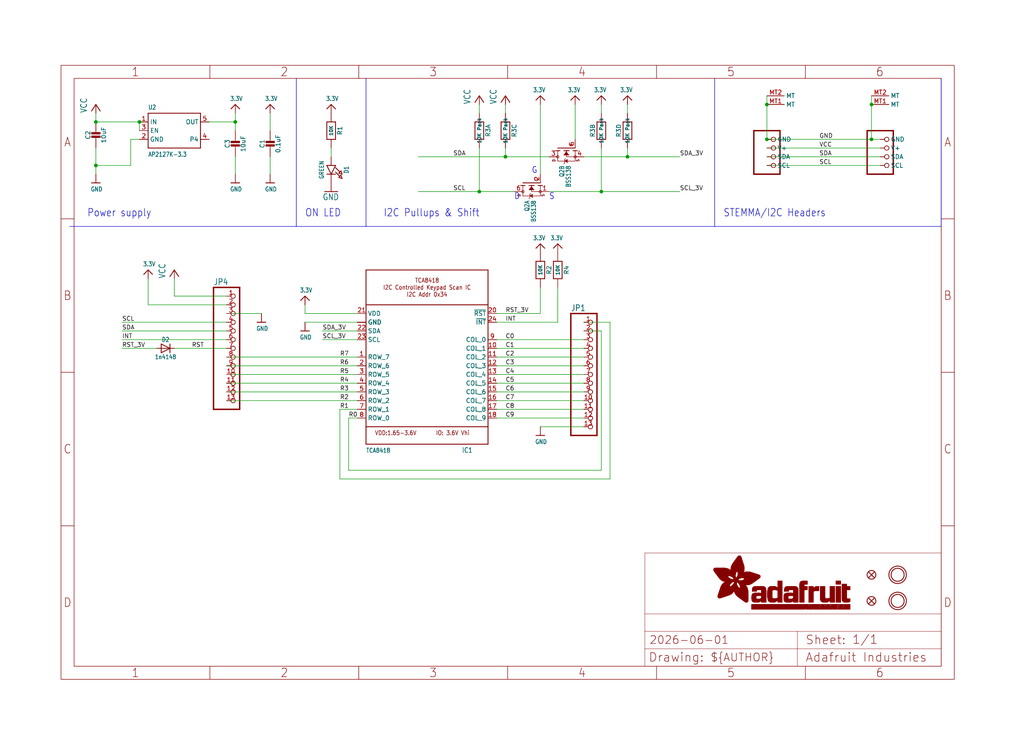
<source format=kicad_sch>
(kicad_sch (version 20230121) (generator eeschema)
  (paper "User" 298.45 217.322)
  (lib_symbols
    (symbol "working-eagle-import:3.3V" (power)
      (property "Value" "3.3V" (at -1.524 1.016 0))
      (symbol "3.3V_1_0"
        (pin power_in line (at 0 -2.54 90) (length 2.54) (name "3.3V") (number "1"))
      )
    )
    (symbol "working-eagle-import:CAP_CERAMIC0603_NO"
      (property "Reference" "C" (at -2.29 1.25 90))
      (symbol "CAP_CERAMIC0603_NO_1_0"
        (pin passive line (at 0 5.08 270) (length 2.54) (name "1") (number "1"))
        (pin passive line (at 0 -2.54 90) (length 2.54) (name "2") (number "2"))
      )
    )
    (symbol "working-eagle-import:CAP_CERAMIC0805-NOOUTLINE"
      (property "Reference" "C" (at -2.29 1.25 90))
      (symbol "CAP_CERAMIC0805-NOOUTLINE_1_0"
        (pin passive line (at 0 5.08 270) (length 2.54) (name "1") (number "1"))
        (pin passive line (at 0 -2.54 90) (length 2.54) (name "2") (number "2"))
      )
    )
    (symbol "working-eagle-import:DIODESOD-323"
      (property "Reference" "D" (at 0 2.54 0))
      (symbol "DIODESOD-323_1_0"
        (pin passive line (at -2.54 0 0) (length 2.54) (name "A") (number "A"))
        (pin passive line (at 2.54 0 180) (length 2.54) (name "C") (number "C"))
      )
    )
    (symbol "working-eagle-import:FIDUCIAL_1MM")
    (symbol "working-eagle-import:FRAME_A4_ADAFRUIT"
      (symbol "FRAME_A4_ADAFRUIT_1_0"
        (text "${#}/${##}" (at 230.505 10.16 0) (effects (font (size 2.54 2.54)) (justify left bottom)))
        (text "${AUTHOR}" (at 189.23 5.08 0) (effects (font (size 2.286 2.286)) (justify left bottom)))
        (text "${CURRENT_DATE}" (at 171.45 10.16 0) (effects (font (size 2.286 2.286)) (justify left bottom)))
        (text "${PROJECTNAME}" (at 171.45 15.24 0) (effects (font (size 2.54 2.54)) (justify left bottom)))
        (text "1" (at 21.6958 1.905 0) (effects (font (size 2.54 2.286))))
        (text "1" (at 21.6958 177.165 0) (effects (font (size 2.54 2.286))))
        (text "2" (at 65.0875 1.905 0) (effects (font (size 2.54 2.286))))
        (text "2" (at 65.0875 177.165 0) (effects (font (size 2.54 2.286))))
        (text "3" (at 108.4792 1.905 0) (effects (font (size 2.54 2.286))))
        (text "3" (at 108.4792 177.165 0) (effects (font (size 2.54 2.286))))
        (text "4" (at 151.8708 1.905 0) (effects (font (size 2.54 2.286))))
        (text "4" (at 151.8708 177.165 0) (effects (font (size 2.54 2.286))))
        (text "5" (at 195.2625 1.905 0) (effects (font (size 2.54 2.286))))
        (text "5" (at 195.2625 177.165 0) (effects (font (size 2.54 2.286))))
        (text "6" (at 238.6542 1.905 0) (effects (font (size 2.54 2.286))))
        (text "6" (at 238.6542 177.165 0) (effects (font (size 2.54 2.286))))
        (text "A" (at 1.905 156.6863 0) (effects (font (size 2.54 2.286))))
        (text "A" (at 258.445 156.6863 0) (effects (font (size 2.54 2.286))))
        (text "Adafruit Industries" (at 216.916 4.953 0) (effects (font (size 2.54 2.54)) (justify left bottom)))
        (text "B" (at 1.905 111.9188 0) (effects (font (size 2.54 2.286))))
        (text "B" (at 258.445 111.9188 0) (effects (font (size 2.54 2.286))))
        (text "C" (at 1.905 67.1513 0) (effects (font (size 2.54 2.286))))
        (text "C" (at 258.445 67.1513 0) (effects (font (size 2.54 2.286))))
        (text "D" (at 1.905 22.3838 0) (effects (font (size 2.54 2.286))))
        (text "D" (at 258.445 22.3838 0) (effects (font (size 2.54 2.286))))
        (text "Drawing:" (at 171.196 4.953 0) (effects (font (size 2.54 2.54)) (justify left bottom)))
        (text "Sheet:" (at 216.916 10.033 0) (effects (font (size 2.54 2.54)) (justify left bottom)))
      )
    )
    (symbol "working-eagle-import:GND" (power)
      (property "Value" "GND" (at -1.524 -2.54 0))
      (symbol "GND_1_0"
        (pin power_in line (at 0 2.54 270) (length 2.54) (name "GND") (number "1"))
      )
    )
    (symbol "working-eagle-import:HEADER-1X13"
      (property "Reference" "JP" (at -6.35 18.415 0))
      (symbol "HEADER-1X13_1_0"
        (pin passive inverted (at -2.54 15.24 0) (length 2.54) (name "1") (number "1"))
        (pin passive inverted (at -2.54 -7.62 0) (length 2.54) (name "10") (number "10"))
        (pin passive inverted (at -2.54 -10.16 0) (length 2.54) (name "11") (number "11"))
        (pin passive inverted (at -2.54 -12.7 0) (length 2.54) (name "12") (number "12"))
        (pin passive inverted (at -2.54 -15.24 0) (length 2.54) (name "13") (number "13"))
        (pin passive inverted (at -2.54 12.7 0) (length 2.54) (name "2") (number "2"))
        (pin passive inverted (at -2.54 10.16 0) (length 2.54) (name "3") (number "3"))
        (pin passive inverted (at -2.54 7.62 0) (length 2.54) (name "4") (number "4"))
        (pin passive inverted (at -2.54 5.08 0) (length 2.54) (name "5") (number "5"))
        (pin passive inverted (at -2.54 2.54 0) (length 2.54) (name "6") (number "6"))
        (pin passive inverted (at -2.54 0 0) (length 2.54) (name "7") (number "7"))
        (pin passive inverted (at -2.54 -2.54 0) (length 2.54) (name "8") (number "8"))
        (pin passive inverted (at -2.54 -5.08 0) (length 2.54) (name "9") (number "9"))
      )
    )
    (symbol "working-eagle-import:LED0603_NOOUTLINE"
      (property "Reference" "D" (at -1.27 4.445 0))
      (symbol "LED0603_NOOUTLINE_1_0"
        (pin passive line (at -5.08 0 0) (length 2.54) (name "A") (number "A"))
        (pin passive line (at 2.54 0 180) (length 2.54) (name "C") (number "C"))
      )
    )
    (symbol "working-eagle-import:MOSFET-N_DUAL"
      (property "Reference" "Q" (at 5.08 0.635 0))
      (symbol "MOSFET-N_DUAL_1_0"
        (text "D" (at 3.175 3.175 0) (effects (font (size 0.8128 0.6908)) (justify left bottom)))
        (text "G" (at -1.27 -1.905 0) (effects (font (size 0.8128 0.6908)) (justify left bottom)))
        (text "S" (at 3.175 -3.81 0) (effects (font (size 0.8128 0.6908)) (justify left bottom)))
        (pin bidirectional line (at 2.54 -5.08 90) (length 2.54) (name "S") (number "1"))
        (pin bidirectional line (at -2.54 -2.54 0) (length 2.54) (name "G") (number "2"))
        (pin bidirectional line (at 2.54 5.08 270) (length 2.54) (name "D") (number "6"))
      )
      (symbol "MOSFET-N_DUAL_2_0"
        (text "D" (at 3.175 3.175 0) (effects (font (size 0.8128 0.6908)) (justify left bottom)))
        (text "G" (at -1.27 -1.905 0) (effects (font (size 0.8128 0.6908)) (justify left bottom)))
        (text "S" (at 3.175 -3.81 0) (effects (font (size 0.8128 0.6908)) (justify left bottom)))
        (pin bidirectional line (at 2.54 5.08 270) (length 2.54) (name "D") (number "3"))
        (pin bidirectional line (at 2.54 -5.08 90) (length 2.54) (name "S") (number "4"))
        (pin bidirectional line (at -2.54 -2.54 0) (length 2.54) (name "G") (number "5"))
      )
    )
    (symbol "working-eagle-import:MOUNTINGHOLE2.5")
    (symbol "working-eagle-import:RESISTOR_0603_NOOUT"
      (property "Reference" "R" (at 0 2.54 0))
      (symbol "RESISTOR_0603_NOOUT_1_0"
        (pin passive line (at -5.08 0 0) (length 2.54) (name "1") (number "1"))
        (pin passive line (at 5.08 0 180) (length 2.54) (name "2") (number "2"))
      )
    )
    (symbol "working-eagle-import:RESISTOR_4PACK"
      (property "Reference" "R" (at 0 2.54 0))
      (symbol "RESISTOR_4PACK_1_0"
        (pin passive line (at -5.08 0 0) (length 2.54) (name "1") (number "1"))
        (pin passive line (at 5.08 0 180) (length 2.54) (name "2") (number "8"))
      )
      (symbol "RESISTOR_4PACK_2_0"
        (pin passive line (at -5.08 0 0) (length 2.54) (name "1") (number "2"))
        (pin passive line (at 5.08 0 180) (length 2.54) (name "2") (number "7"))
      )
      (symbol "RESISTOR_4PACK_3_0"
        (pin passive line (at -5.08 0 0) (length 2.54) (name "1") (number "3"))
        (pin passive line (at 5.08 0 180) (length 2.54) (name "2") (number "6"))
      )
      (symbol "RESISTOR_4PACK_4_0"
        (pin passive line (at -5.08 0 0) (length 2.54) (name "1") (number "4"))
        (pin passive line (at 5.08 0 180) (length 2.54) (name "2") (number "5"))
      )
    )
    (symbol "working-eagle-import:STEMMA_I2C_QT"
      (symbol "STEMMA_I2C_QT_1_0"
        (pin passive inverted (at 0 5.08 0) (length 2.54) (name "GND") (number "1"))
        (pin passive inverted (at 0 2.54 0) (length 2.54) (name "V+") (number "2"))
        (pin passive inverted (at 0 0 0) (length 2.54) (name "SDA") (number "3"))
        (pin passive inverted (at 0 -2.54 0) (length 2.54) (name "SCL") (number "4"))
      )
      (symbol "STEMMA_I2C_QT_2_0"
        (pin bidirectional line (at 0 0 0) (length 5.08) (name "MT") (number "MT1"))
      )
      (symbol "STEMMA_I2C_QT_3_0"
        (pin bidirectional line (at 0 0 0) (length 5.08) (name "MT") (number "MT2"))
      )
    )
    (symbol "working-eagle-import:TCA8418"
      (property "Reference" "IC" (at 10.16 -20.32 0))
      (symbol "TCA8418_1_0"
        (text "IO: 3.6V Vhi" (at 2.54 -15.24 0) (effects (font (size 1.27 1.0795)) (justify left bottom)))
        (text "TCA8418\nI2C Controlled Keypad Scan IC\nI2C Addr 0x34" (at 0 27.94 0) (effects (font (size 1.27 1.0795))))
        (text "VDD:1.65-3.6V" (at -15.24 -15.24 0) (effects (font (size 1.27 1.0795)) (justify left bottom)))
        (pin bidirectional line (at -20.32 7.62 0) (length 2.54) (name "ROW_7") (number "1"))
        (pin bidirectional line (at 20.32 10.16 180) (length 2.54) (name "COL_1") (number "10"))
        (pin bidirectional line (at 20.32 7.62 180) (length 2.54) (name "COL_2") (number "11"))
        (pin bidirectional line (at 20.32 5.08 180) (length 2.54) (name "COL_3") (number "12"))
        (pin bidirectional line (at 20.32 2.54 180) (length 2.54) (name "COL_4") (number "13"))
        (pin bidirectional line (at 20.32 0 180) (length 2.54) (name "COL_5") (number "14"))
        (pin bidirectional line (at 20.32 -2.54 180) (length 2.54) (name "COL_6") (number "15"))
        (pin bidirectional line (at 20.32 -5.08 180) (length 2.54) (name "COL_7") (number "16"))
        (pin bidirectional line (at 20.32 -7.62 180) (length 2.54) (name "COL_8") (number "17"))
        (pin bidirectional line (at 20.32 -10.16 180) (length 2.54) (name "COL_9") (number "18"))
        (pin power_in line (at -20.32 17.78 0) (length 2.54) (name "GND") (number "19"))
        (pin bidirectional line (at -20.32 5.08 0) (length 2.54) (name "ROW_6") (number "2"))
        (pin input line (at 20.32 20.32 180) (length 2.54) (name "~{RST}") (number "20"))
        (pin power_in line (at -20.32 20.32 0) (length 2.54) (name "VDD") (number "21"))
        (pin bidirectional line (at -20.32 15.24 0) (length 2.54) (name "SDA") (number "22"))
        (pin bidirectional line (at -20.32 12.7 0) (length 2.54) (name "SCL") (number "23"))
        (pin output line (at 20.32 17.78 180) (length 2.54) (name "~{INT}") (number "24"))
        (pin bidirectional line (at -20.32 2.54 0) (length 2.54) (name "ROW_5") (number "3"))
        (pin bidirectional line (at -20.32 0 0) (length 2.54) (name "ROW_4") (number "4"))
        (pin bidirectional line (at -20.32 -2.54 0) (length 2.54) (name "ROW_3") (number "5"))
        (pin bidirectional line (at -20.32 -5.08 0) (length 2.54) (name "ROW_2") (number "6"))
        (pin bidirectional line (at -20.32 -7.62 0) (length 2.54) (name "ROW_1") (number "7"))
        (pin bidirectional line (at -20.32 -10.16 0) (length 2.54) (name "ROW_0") (number "8"))
        (pin bidirectional line (at 20.32 12.7 180) (length 2.54) (name "COL_0") (number "9"))
        (pin power_in line (at -20.32 17.78 0) (length 2.54) (name "GND") (number "THERM"))
      )
    )
    (symbol "working-eagle-import:VCC" (power)
      (property "Value" "VCC" (at -2.54 -2.54 90))
      (symbol "VCC_1_0"
        (pin power_in line (at 0 -2.54 90) (length 2.54) (name "VCC") (number "1"))
      )
    )
    (symbol "working-eagle-import:VREG_SOT23-5"
      (property "Reference" "U" (at -7.62 6.096 0))
      (symbol "VREG_SOT23-5_1_0"
        (pin power_in line (at -10.16 2.54 0) (length 2.54) (name "IN") (number "1"))
        (pin power_in line (at -10.16 -2.54 0) (length 2.54) (name "GND") (number "2"))
        (pin input line (at -10.16 0 0) (length 2.54) (name "EN") (number "3"))
        (pin bidirectional line (at 10.16 -2.54 180) (length 2.54) (name "P4") (number "4"))
        (pin power_in line (at 10.16 2.54 180) (length 2.54) (name "OUT") (number "5"))
      )
    )
    (symbol "working-eagle-import:supply1_GND" (power)
      (property "Value" "supply1_GND" (at -2.54 -2.54 0))
      (symbol "supply1_GND_1_0"
        (pin power_in line (at 0 2.54 270) (length 2.54) (name "GND") (number "1"))
      )
    )
  )
  (junction (at 254 40.64))
  (junction (at 223.52 40.64))
  (junction (at 40.64 35.56))
  (junction (at 175.26 55.88))
  (junction (at 223.52 30.48))
  (junction (at 147.32 45.72))
  (junction (at 182.88 45.72))
  (junction (at 27.94 35.56))
  (junction (at 254 30.48))
  (junction (at 68.58 35.56))
  (junction (at 139.7 55.88))
  (junction (at 27.94 48.26))
  (wire (pts (xy 60.96 35.56) (xy 68.58 35.56)) (stroke (width 0.1524)))
  (wire (pts (xy 68.58 45.72) (xy 68.58 50.8)) (stroke (width 0.1524)))
  (wire (pts (xy 38.1 48.26) (xy 27.94 48.26)) (stroke (width 0.1524)))
  (wire (pts (xy 66.04 116.84) (xy 104.14 116.84)) (stroke (width 0.1524)))
  (wire (pts (xy 175.26 96.52) (xy 170.18 96.52)) (stroke (width 0.1524)))
  (wire (pts (xy 170.18 106.68) (xy 144.78 106.68)) (stroke (width 0.1524)))
  (wire (pts (xy 170.18 45.72) (xy 182.88 45.72)) (stroke (width 0.1524)))
  (wire (pts (xy 162.56 93.98) (xy 162.56 83.82)) (stroke (width 0.1524)))
  (wire (pts (xy 66.04 106.68) (xy 104.14 106.68)) (stroke (width 0.1524)))
  (wire (pts (xy 27.94 48.26) (xy 27.94 50.8)) (stroke (width 0.1524)))
  (wire (pts (xy 175.26 55.88) (xy 198.12 55.88)) (stroke (width 0.1524)))
  (wire (pts (xy 78.74 45.72) (xy 78.74 50.8)) (stroke (width 0.1524)))
  (wire (pts (xy 254 40.64) (xy 223.52 40.64)) (stroke (width 0.1524)))
  (wire (pts (xy 170.18 99.06) (xy 144.78 99.06)) (stroke (width 0.1524)))
  (wire (pts (xy 66.04 96.52) (xy 35.56 96.52)) (stroke (width 0.1524)))
  (polyline (pts (xy 106.68 66.04) (xy 208.28 66.04)) (stroke (width 0.1524) (type solid)))
  (polyline (pts (xy 274.32 22.86) (xy 274.32 66.04)) (stroke (width 0.1524) (type solid)))
  (wire (pts (xy 99.06 139.7) (xy 99.06 119.38)) (stroke (width 0.1524)))
  (wire (pts (xy 99.06 119.38) (xy 104.14 119.38)) (stroke (width 0.1524)))
  (wire (pts (xy 160.02 55.88) (xy 175.26 55.88)) (stroke (width 0.1524)))
  (wire (pts (xy 170.18 101.6) (xy 144.78 101.6)) (stroke (width 0.1524)))
  (wire (pts (xy 43.18 88.9) (xy 43.18 81.28)) (stroke (width 0.1524)))
  (wire (pts (xy 182.88 33.02) (xy 182.88 30.48)) (stroke (width 0.1524)))
  (wire (pts (xy 139.7 43.18) (xy 139.7 55.88)) (stroke (width 0.1524)))
  (wire (pts (xy 170.18 93.98) (xy 177.8 93.98)) (stroke (width 0.1524)))
  (wire (pts (xy 147.32 45.72) (xy 121.92 45.72)) (stroke (width 0.1524)))
  (wire (pts (xy 68.58 35.56) (xy 68.58 38.1)) (stroke (width 0.1524)))
  (wire (pts (xy 182.88 43.18) (xy 182.88 45.72)) (stroke (width 0.1524)))
  (wire (pts (xy 182.88 45.72) (xy 198.12 45.72)) (stroke (width 0.1524)))
  (wire (pts (xy 93.98 96.52) (xy 104.14 96.52)) (stroke (width 0.1524)))
  (wire (pts (xy 149.86 55.88) (xy 139.7 55.88)) (stroke (width 0.1524)))
  (wire (pts (xy 162.56 93.98) (xy 144.78 93.98)) (stroke (width 0.1524)))
  (wire (pts (xy 66.04 109.22) (xy 104.14 109.22)) (stroke (width 0.1524)))
  (wire (pts (xy 157.48 50.8) (xy 157.48 30.48)) (stroke (width 0.1524)))
  (wire (pts (xy 35.56 99.06) (xy 66.04 99.06)) (stroke (width 0.1524)))
  (wire (pts (xy 147.32 43.18) (xy 147.32 45.72)) (stroke (width 0.1524)))
  (wire (pts (xy 144.78 91.44) (xy 157.48 91.44)) (stroke (width 0.1524)))
  (wire (pts (xy 223.52 30.48) (xy 223.52 40.64)) (stroke (width 0.1524)))
  (wire (pts (xy 27.94 33.02) (xy 27.94 35.56)) (stroke (width 0.1524)))
  (wire (pts (xy 68.58 35.56) (xy 68.58 33.02)) (stroke (width 0.1524)))
  (wire (pts (xy 170.18 114.3) (xy 144.78 114.3)) (stroke (width 0.1524)))
  (wire (pts (xy 139.7 30.48) (xy 139.7 33.02)) (stroke (width 0.1524)))
  (wire (pts (xy 175.26 33.02) (xy 175.26 30.48)) (stroke (width 0.1524)))
  (wire (pts (xy 104.14 99.06) (xy 93.98 99.06)) (stroke (width 0.1524)))
  (wire (pts (xy 104.14 121.92) (xy 101.6 121.92)) (stroke (width 0.1524)))
  (wire (pts (xy 147.32 33.02) (xy 147.32 30.48)) (stroke (width 0.1524)))
  (wire (pts (xy 104.14 93.98) (xy 88.9 93.98)) (stroke (width 0.1524)))
  (wire (pts (xy 40.64 35.56) (xy 27.94 35.56)) (stroke (width 0.1524)))
  (wire (pts (xy 223.52 48.26) (xy 256.54 48.26)) (stroke (width 0.1524)))
  (polyline (pts (xy 20.32 66.04) (xy 86.36 66.04)) (stroke (width 0.1524) (type solid)))
  (wire (pts (xy 170.18 119.38) (xy 144.78 119.38)) (stroke (width 0.1524)))
  (wire (pts (xy 66.04 93.98) (xy 35.56 93.98)) (stroke (width 0.1524)))
  (wire (pts (xy 50.8 101.6) (xy 66.04 101.6)) (stroke (width 0.1524)))
  (wire (pts (xy 223.52 43.18) (xy 256.54 43.18)) (stroke (width 0.1524)))
  (wire (pts (xy 66.04 114.3) (xy 104.14 114.3)) (stroke (width 0.1524)))
  (wire (pts (xy 66.04 111.76) (xy 104.14 111.76)) (stroke (width 0.1524)))
  (wire (pts (xy 27.94 48.26) (xy 27.94 43.18)) (stroke (width 0.1524)))
  (wire (pts (xy 66.04 88.9) (xy 43.18 88.9)) (stroke (width 0.1524)))
  (wire (pts (xy 177.8 139.7) (xy 99.06 139.7)) (stroke (width 0.1524)))
  (wire (pts (xy 45.72 101.6) (xy 35.56 101.6)) (stroke (width 0.1524)))
  (polyline (pts (xy 86.36 66.04) (xy 106.68 66.04)) (stroke (width 0.1524) (type solid)))
  (wire (pts (xy 254 27.94) (xy 254 30.48)) (stroke (width 0.1524)))
  (wire (pts (xy 175.26 43.18) (xy 175.26 55.88)) (stroke (width 0.1524)))
  (wire (pts (xy 40.64 40.64) (xy 38.1 40.64)) (stroke (width 0.1524)))
  (wire (pts (xy 88.9 88.9) (xy 88.9 91.44)) (stroke (width 0.1524)))
  (wire (pts (xy 157.48 91.44) (xy 157.48 83.82)) (stroke (width 0.1524)))
  (wire (pts (xy 170.18 116.84) (xy 144.78 116.84)) (stroke (width 0.1524)))
  (wire (pts (xy 101.6 137.16) (xy 175.26 137.16)) (stroke (width 0.1524)))
  (wire (pts (xy 170.18 109.22) (xy 144.78 109.22)) (stroke (width 0.1524)))
  (wire (pts (xy 256.54 40.64) (xy 254 40.64)) (stroke (width 0.1524)))
  (wire (pts (xy 66.04 104.14) (xy 104.14 104.14)) (stroke (width 0.1524)))
  (wire (pts (xy 223.52 27.94) (xy 223.52 30.48)) (stroke (width 0.1524)))
  (wire (pts (xy 254 30.48) (xy 254 40.64)) (stroke (width 0.1524)))
  (wire (pts (xy 101.6 121.92) (xy 101.6 137.16)) (stroke (width 0.1524)))
  (wire (pts (xy 66.04 86.36) (xy 50.8 86.36)) (stroke (width 0.1524)))
  (wire (pts (xy 170.18 121.92) (xy 144.78 121.92)) (stroke (width 0.1524)))
  (polyline (pts (xy 86.36 22.86) (xy 86.36 66.04)) (stroke (width 0.1524) (type solid)))
  (wire (pts (xy 175.26 137.16) (xy 175.26 96.52)) (stroke (width 0.1524)))
  (wire (pts (xy 139.7 55.88) (xy 121.92 55.88)) (stroke (width 0.1524)))
  (wire (pts (xy 170.18 111.76) (xy 144.78 111.76)) (stroke (width 0.1524)))
  (wire (pts (xy 78.74 33.02) (xy 78.74 38.1)) (stroke (width 0.1524)))
  (wire (pts (xy 256.54 45.72) (xy 223.52 45.72)) (stroke (width 0.1524)))
  (wire (pts (xy 50.8 86.36) (xy 50.8 81.28)) (stroke (width 0.1524)))
  (wire (pts (xy 96.52 45.72) (xy 96.52 43.18)) (stroke (width 0.1524)))
  (wire (pts (xy 167.64 40.64) (xy 167.64 30.48)) (stroke (width 0.1524)))
  (wire (pts (xy 66.04 91.44) (xy 76.2 91.44)) (stroke (width 0.1524)))
  (polyline (pts (xy 208.28 66.04) (xy 274.32 66.04)) (stroke (width 0.1524) (type solid)))
  (wire (pts (xy 38.1 40.64) (xy 38.1 48.26)) (stroke (width 0.1524)))
  (wire (pts (xy 160.02 45.72) (xy 147.32 45.72)) (stroke (width 0.1524)))
  (wire (pts (xy 170.18 104.14) (xy 144.78 104.14)) (stroke (width 0.1524)))
  (wire (pts (xy 177.8 93.98) (xy 177.8 139.7)) (stroke (width 0.1524)))
  (wire (pts (xy 40.64 38.1) (xy 40.64 35.56)) (stroke (width 0.1524)))
  (wire (pts (xy 170.18 124.46) (xy 157.48 124.46)) (stroke (width 0.1524)))
  (wire (pts (xy 104.14 91.44) (xy 88.9 91.44)) (stroke (width 0.1524)))
  (polyline (pts (xy 208.28 22.86) (xy 208.28 66.04)) (stroke (width 0.1524) (type solid)))
  (polyline (pts (xy 106.68 22.86) (xy 106.68 66.04)) (stroke (width 0.1524) (type solid)))
  (text "STEMMA/I2C Headers" (at 210.82 63.5 0) (effects (font (size 2.1844 1.8567)) (justify left bottom)))
  (text "D" (at 149.86 58.42 0) (effects (font (size 1.778 1.5113)) (justify left bottom)))
  (text "ON LED" (at 88.9 63.5 0) (effects (font (size 2.1844 1.8567)) (justify left bottom)))
  (text "Power supply" (at 25.4 63.5 0) (effects (font (size 2.1844 1.8567)) (justify left bottom)))
  (text "G" (at 154.94 50.8 0) (effects (font (size 1.778 1.5113)) (justify left bottom)))
  (text "I2C Pullups & Shift" (at 111.76 63.5 0) (effects (font (size 2.1844 1.8567)) (justify left bottom)))
  (text "S" (at 160.02 58.42 0) (effects (font (size 1.778 1.5113)) (justify left bottom)))
  (label "SCL" (at 238.76 48.26 0) (effects (font (size 1.2446 1.2446))))
  (label "C0" (at 147.32 99.06 0) (effects (font (size 1.2446 1.2446))))
  (label "R0" (at 101.6 121.92 0) (effects (font (size 1.2446 1.2446))))
  (label "RST" (at 55.88 101.6 0) (effects (font (size 1.2446 1.2446))))
  (label "R1" (at 99.06 119.38 0) (effects (font (size 1.2446 1.2446))))
  (label "GND" (at 238.76 40.64 0) (effects (font (size 1.2446 1.2446))))
  (label "SDA_3V" (at 93.98 96.52 0) (effects (font (size 1.2446 1.2446))))
  (label "R4" (at 99.06 111.76 0) (effects (font (size 1.2446 1.2446))))
  (label "VCC" (at 238.76 43.18 0) (effects (font (size 1.2446 1.2446))))
  (label "C8" (at 147.32 119.38 0) (effects (font (size 1.2446 1.2446))))
  (label "SCL_3V" (at 93.98 99.06 0) (effects (font (size 1.2446 1.2446))))
  (label "C6" (at 147.32 114.3 0) (effects (font (size 1.2446 1.2446))))
  (label "R2" (at 99.06 116.84 0) (effects (font (size 1.2446 1.2446))))
  (label "C1" (at 147.32 101.6 0) (effects (font (size 1.2446 1.2446))))
  (label "SDA" (at 238.76 45.72 0) (effects (font (size 1.2446 1.2446))))
  (label "C7" (at 147.32 116.84 0) (effects (font (size 1.2446 1.2446))))
  (label "SCL_3V" (at 198.12 55.88 0) (effects (font (size 1.2446 1.2446))))
  (label "R6" (at 99.06 106.68 0) (effects (font (size 1.2446 1.2446))))
  (label "SCL" (at 132.08 55.88 0) (effects (font (size 1.2446 1.2446))))
  (label "SDA" (at 132.08 45.72 0) (effects (font (size 1.2446 1.2446))))
  (label "R7" (at 99.06 104.14 0) (effects (font (size 1.2446 1.2446))))
  (label "SDA_3V" (at 198.12 45.72 0) (effects (font (size 1.2446 1.2446))))
  (label "C3" (at 147.32 106.68 0) (effects (font (size 1.2446 1.2446))))
  (label "RST_3V" (at 35.56 101.6 0) (effects (font (size 1.2446 1.2446))))
  (label "RST_3V" (at 147.32 91.44 0) (effects (font (size 1.2446 1.2446))))
  (label "R3" (at 99.06 114.3 0) (effects (font (size 1.2446 1.2446))))
  (label "C5" (at 147.32 111.76 0) (effects (font (size 1.2446 1.2446))))
  (label "SCL" (at 35.56 93.98 0) (effects (font (size 1.2446 1.2446))))
  (label "C4" (at 147.32 109.22 0) (effects (font (size 1.2446 1.2446))))
  (label "R5" (at 99.06 109.22 0) (effects (font (size 1.2446 1.2446))))
  (label "INT" (at 147.32 93.98 0) (effects (font (size 1.2446 1.2446))))
  (label "C2" (at 147.32 104.14 0) (effects (font (size 1.2446 1.2446))))
  (label "INT" (at 35.56 99.06 0) (effects (font (size 1.2446 1.2446))))
  (label "C9" (at 147.32 121.92 0) (effects (font (size 1.2446 1.2446))))
  (label "SDA" (at 35.56 96.52 0) (effects (font (size 1.2446 1.2446))))
  (symbol (lib_id "working-eagle-import:RESISTOR_4PACK") (at 182.88 38.1 90) (mirror x) (unit 4)
    (property "Reference" "R3" (at 180.34 38.1 0))
    (property "Value" "10K Pack" (at 182.88 38.1 0) (effects (font (size 1.016 1.016) bold)))
    (property "Footprint" "working:RESPACK_4X0603" (effects hide))
  )
  (symbol (lib_id "working-eagle-import:RESISTOR_0603_NOOUT") (at 162.56 78.74 270) (unit 1)
    (property "Reference" "R4" (at 165.1 78.74 0))
    (property "Value" "10K" (at 162.56 78.74 0) (effects (font (size 1.016 1.016) bold)))
    (property "Footprint" "working:0603-NO" (effects hide))
  )
  (symbol (lib_id "working-eagle-import:3.3V") (at 78.74 30.48 0) (unit 1)
    (property "Reference" "#U$14" (effects hide))
    (property "Value" "3.3V" (at 77.216 29.464 0) (effects (font (size 1.27 1.0795)) (justify left bottom)))
  )
  (symbol (lib_id "working-eagle-import:3.3V") (at 96.52 30.48 0) (unit 1)
    (property "Reference" "#U$3" (effects hide))
    (property "Value" "3.3V" (at 94.996 29.464 0) (effects (font (size 1.27 1.0795)) (justify left bottom)))
  )
  (symbol (lib_id "working-eagle-import:RESISTOR_0603_NOOUT") (at 96.52 38.1 270) (unit 1)
    (property "Reference" "R1" (at 99.06 38.1 0))
    (property "Value" "10K" (at 96.52 38.1 0) (effects (font (size 1.016 1.016) bold)))
    (property "Footprint" "working:0603-NO" (effects hide))
  )
  (symbol (lib_id "working-eagle-import:MOSFET-N_DUAL") (at 154.94 53.34 90) (mirror x) (unit 1)
    (property "Reference" "Q2" (at 154.305 58.42 0) (effects (font (size 1.27 1.0795)) (justify left bottom)))
    (property "Value" "BSS138" (at 156.21 58.42 0) (effects (font (size 1.27 1.0795)) (justify left bottom)))
    (property "Footprint" "working:SOT363" (effects hide))
  )
  (symbol (lib_id "working-eagle-import:VCC") (at 50.8 78.74 0) (unit 1)
    (property "Reference" "#P+4" (effects hide))
    (property "Value" "VCC" (at 48.26 81.28 90) (effects (font (size 1.778 1.5113)) (justify left bottom)))
  )
  (symbol (lib_id "working-eagle-import:TCA8418") (at 124.46 111.76 0) (unit 1)
    (property "Reference" "IC1" (at 134.62 132.08 0) (effects (font (size 1.4224 1.209)) (justify left bottom)))
    (property "Value" "TCA8418" (at 106.68 132.08 0) (effects (font (size 1.27 1.0795)) (justify left bottom)))
    (property "Footprint" "working:QFN24_4MM_SMSC" (effects hide))
  )
  (symbol (lib_id "working-eagle-import:FIDUCIAL_1MM") (at 254 175.26 0) (unit 1)
    (property "Reference" "FID3" (effects hide))
    (property "Value" "FIDUCIAL_1MM" (effects hide))
    (property "Footprint" "working:FIDUCIAL_1MM" (effects hide))
  )
  (symbol (lib_id "working-eagle-import:3.3V") (at 182.88 27.94 0) (mirror y) (unit 1)
    (property "Reference" "#U$7" (effects hide))
    (property "Value" "3.3V" (at 184.404 26.924 0) (effects (font (size 1.27 1.0795)) (justify left bottom)))
  )
  (symbol (lib_id "working-eagle-import:LED0603_NOOUTLINE") (at 96.52 50.8 270) (unit 1)
    (property "Reference" "D1" (at 100.965 49.53 0) (effects (font (size 1.27 1.0795))))
    (property "Value" "GREEN" (at 93.726 49.53 0) (effects (font (size 1.27 1.0795))))
    (property "Footprint" "working:CHIPLED_0603_NOOUTLINE" (effects hide))
  )
  (symbol (lib_id "working-eagle-import:3.3V") (at 88.9 86.36 0) (unit 1)
    (property "Reference" "#U$2" (effects hide))
    (property "Value" "3.3V" (at 87.376 85.344 0) (effects (font (size 1.27 1.0795)) (justify left bottom)))
  )
  (symbol (lib_id "working-eagle-import:VCC") (at 27.94 30.48 0) (unit 1)
    (property "Reference" "#P+3" (effects hide))
    (property "Value" "VCC" (at 25.4 33.02 90) (effects (font (size 1.778 1.5113)) (justify left bottom)))
  )
  (symbol (lib_id "working-eagle-import:MOSFET-N_DUAL") (at 165.1 43.18 90) (mirror x) (unit 2)
    (property "Reference" "Q2" (at 164.465 48.26 0) (effects (font (size 1.27 1.0795)) (justify left bottom)))
    (property "Value" "BSS138" (at 166.37 48.26 0) (effects (font (size 1.27 1.0795)) (justify left bottom)))
    (property "Footprint" "working:SOT363" (effects hide))
  )
  (symbol (lib_id "working-eagle-import:GND") (at 157.48 127 0) (unit 1)
    (property "Reference" "#U$8" (effects hide))
    (property "Value" "GND" (at 155.956 129.54 0) (effects (font (size 1.27 1.0795)) (justify left bottom)))
  )
  (symbol (lib_id "working-eagle-import:GND") (at 88.9 96.52 0) (unit 1)
    (property "Reference" "#U$4" (effects hide))
    (property "Value" "GND" (at 87.376 99.06 0) (effects (font (size 1.27 1.0795)) (justify left bottom)))
  )
  (symbol (lib_id "working-eagle-import:VREG_SOT23-5") (at 50.8 38.1 0) (unit 1)
    (property "Reference" "U2" (at 43.18 32.004 0) (effects (font (size 1.27 1.0795)) (justify left bottom)))
    (property "Value" "AP2127K-3.3" (at 43.18 45.72 0) (effects (font (size 1.27 1.0795)) (justify left bottom)))
    (property "Footprint" "working:SOT23-5" (effects hide))
  )
  (symbol (lib_id "working-eagle-import:MOUNTINGHOLE2.5") (at 261.62 167.64 0) (unit 1)
    (property "Reference" "U$17" (effects hide))
    (property "Value" "MOUNTINGHOLE2.5" (effects hide))
    (property "Footprint" "working:MOUNTINGHOLE_2.5_PLATED" (effects hide))
  )
  (symbol (lib_id "working-eagle-import:GND") (at 68.58 53.34 0) (unit 1)
    (property "Reference" "#U$5" (effects hide))
    (property "Value" "GND" (at 67.056 55.88 0) (effects (font (size 1.27 1.0795)) (justify left bottom)))
  )
  (symbol (lib_id "working-eagle-import:3.3V") (at 68.58 30.48 0) (unit 1)
    (property "Reference" "#U$15" (effects hide))
    (property "Value" "3.3V" (at 67.056 29.464 0) (effects (font (size 1.27 1.0795)) (justify left bottom)))
  )
  (symbol (lib_id "working-eagle-import:GND") (at 27.94 53.34 0) (unit 1)
    (property "Reference" "#U$13" (effects hide))
    (property "Value" "GND" (at 26.416 55.88 0) (effects (font (size 1.27 1.0795)) (justify left bottom)))
  )
  (symbol (lib_id "working-eagle-import:DIODESOD-323") (at 48.26 101.6 0) (unit 1)
    (property "Reference" "D2" (at 48.26 99.06 0) (effects (font (size 1.27 1.0795))))
    (property "Value" "1n4148" (at 48.26 104.1 0) (effects (font (size 1.27 1.0795))))
    (property "Footprint" "working:SOD-323" (effects hide))
  )
  (symbol (lib_id "working-eagle-import:HEADER-1X13") (at 68.58 101.6 0) (unit 1)
    (property "Reference" "JP4" (at 62.23 83.185 0) (effects (font (size 1.778 1.5113)) (justify left bottom)))
    (property "Value" "HEADER-1X13" (effects hide))
    (property "Footprint" "working:1X13_ROUND_70" (effects hide))
  )
  (symbol (lib_id "working-eagle-import:RESISTOR_0603_NOOUT") (at 157.48 78.74 270) (unit 1)
    (property "Reference" "R2" (at 160.02 78.74 0))
    (property "Value" "10K" (at 157.48 78.74 0) (effects (font (size 1.016 1.016) bold)))
    (property "Footprint" "working:0603-NO" (effects hide))
  )
  (symbol (lib_id "working-eagle-import:STEMMA_I2C_QT") (at 223.52 45.72 0) (unit 1)
    (property "Reference" "CONN3" (effects hide))
    (property "Value" "STEMMA_I2C_QT" (effects hide))
    (property "Footprint" "working:JST_SH4" (effects hide))
  )
  (symbol (lib_id "working-eagle-import:CAP_CERAMIC0805-NOOUTLINE") (at 68.58 43.18 0) (unit 1)
    (property "Reference" "C3" (at 66.29 41.93 90))
    (property "Value" "10uF" (at 70.88 41.93 90))
    (property "Footprint" "working:0805-NO" (effects hide))
  )
  (symbol (lib_id "working-eagle-import:3.3V") (at 157.48 27.94 0) (mirror y) (unit 1)
    (property "Reference" "#U$26" (effects hide))
    (property "Value" "3.3V" (at 159.004 26.924 0) (effects (font (size 1.27 1.0795)) (justify left bottom)))
  )
  (symbol (lib_id "working-eagle-import:FIDUCIAL_1MM") (at 254 167.64 0) (unit 1)
    (property "Reference" "FID4" (effects hide))
    (property "Value" "FIDUCIAL_1MM" (effects hide))
    (property "Footprint" "working:FIDUCIAL_1MM" (effects hide))
  )
  (symbol (lib_id "working-eagle-import:VCC") (at 147.32 27.94 0) (unit 1)
    (property "Reference" "#P+2" (effects hide))
    (property "Value" "VCC" (at 144.78 30.48 90) (effects (font (size 1.778 1.5113)) (justify left bottom)))
  )
  (symbol (lib_id "working-eagle-import:3.3V") (at 167.64 27.94 0) (mirror y) (unit 1)
    (property "Reference" "#U$23" (effects hide))
    (property "Value" "3.3V" (at 169.164 26.924 0) (effects (font (size 1.27 1.0795)) (justify left bottom)))
  )
  (symbol (lib_id "working-eagle-import:HEADER-1X13") (at 172.72 109.22 0) (unit 1)
    (property "Reference" "JP1" (at 166.37 90.805 0) (effects (font (size 1.778 1.5113)) (justify left bottom)))
    (property "Value" "HEADER-1X13" (effects hide))
    (property "Footprint" "working:1X13_ROUND_70" (effects hide))
  )
  (symbol (lib_id "working-eagle-import:STEMMA_I2C_QT") (at 256.54 45.72 0) (unit 1)
    (property "Reference" "CONN4" (effects hide))
    (property "Value" "STEMMA_I2C_QT" (effects hide))
    (property "Footprint" "working:JST_SH4" (effects hide))
  )
  (symbol (lib_id "working-eagle-import:supply1_GND") (at 96.52 55.88 0) (unit 1)
    (property "Reference" "#GND6" (effects hide))
    (property "Value" "GND" (at 93.98 58.42 0) (effects (font (size 1.778 1.5113)) (justify left bottom)))
  )
  (symbol (lib_id "working-eagle-import:CAP_CERAMIC0805-NOOUTLINE") (at 27.94 40.64 0) (unit 1)
    (property "Reference" "C2" (at 25.65 39.39 90))
    (property "Value" "10uF" (at 30.24 39.39 90))
    (property "Footprint" "working:0805-NO" (effects hide))
  )
  (symbol (lib_id "working-eagle-import:STEMMA_I2C_QT") (at 223.52 27.94 0) (unit 3)
    (property "Reference" "CONN3" (effects hide))
    (property "Value" "STEMMA_I2C_QT" (effects hide))
    (property "Footprint" "working:JST_SH4" (effects hide))
  )
  (symbol (lib_id "working-eagle-import:GND") (at 76.2 93.98 0) (unit 1)
    (property "Reference" "#U$10" (effects hide))
    (property "Value" "GND" (at 74.676 96.52 0) (effects (font (size 1.27 1.0795)) (justify left bottom)))
  )
  (symbol (lib_id "working-eagle-import:3.3V") (at 175.26 27.94 0) (mirror y) (unit 1)
    (property "Reference" "#U$24" (effects hide))
    (property "Value" "3.3V" (at 176.784 26.924 0) (effects (font (size 1.27 1.0795)) (justify left bottom)))
  )
  (symbol (lib_id "working-eagle-import:FRAME_A4_ADAFRUIT") (at 17.78 198.12 0) (unit 1)
    (property "Reference" "#U$18" (effects hide))
    (property "Value" "FRAME_A4_ADAFRUIT" (effects hide))
  )
  (symbol (lib_id "working-eagle-import:3.3V") (at 43.18 78.74 0) (unit 1)
    (property "Reference" "#U$16" (effects hide))
    (property "Value" "3.3V" (at 41.656 77.724 0) (effects (font (size 1.27 1.0795)) (justify left bottom)))
  )
  (symbol (lib_id "working-eagle-import:CAP_CERAMIC0603_NO") (at 78.74 43.18 0) (unit 1)
    (property "Reference" "C1" (at 76.45 41.93 90))
    (property "Value" "0.1uF" (at 81.04 41.93 90))
    (property "Footprint" "working:0603-NO" (effects hide))
  )
  (symbol (lib_id "working-eagle-import:RESISTOR_4PACK") (at 175.26 38.1 90) (mirror x) (unit 2)
    (property "Reference" "R3" (at 172.72 38.1 0))
    (property "Value" "10K Pack" (at 175.26 38.1 0) (effects (font (size 1.016 1.016) bold)))
    (property "Footprint" "working:RESPACK_4X0603" (effects hide))
  )
  (symbol (lib_id "working-eagle-import:RESISTOR_4PACK") (at 139.7 38.1 270) (unit 1)
    (property "Reference" "R3" (at 142.24 38.1 0))
    (property "Value" "10K Pack" (at 139.7 38.1 0) (effects (font (size 1.016 1.016) bold)))
    (property "Footprint" "working:RESPACK_4X0603" (effects hide))
  )
  (symbol (lib_id "working-eagle-import:VCC") (at 139.7 27.94 0) (unit 1)
    (property "Reference" "#P+1" (effects hide))
    (property "Value" "VCC" (at 137.16 30.48 90) (effects (font (size 1.778 1.5113)) (justify left bottom)))
  )
  (symbol (lib_id "working-eagle-import:STEMMA_I2C_QT") (at 254 30.48 0) (unit 2)
    (property "Reference" "CONN4" (effects hide))
    (property "Value" "STEMMA_I2C_QT" (effects hide))
    (property "Footprint" "working:JST_SH4" (effects hide))
  )
  (symbol (lib_id "working-eagle-import:3.3V") (at 162.56 71.12 0) (mirror y) (unit 1)
    (property "Reference" "#U$11" (effects hide))
    (property "Value" "3.3V" (at 164.084 70.104 0) (effects (font (size 1.27 1.0795)) (justify left bottom)))
  )
  (symbol (lib_id "working-eagle-import:STEMMA_I2C_QT") (at 223.52 30.48 0) (unit 2)
    (property "Reference" "CONN3" (effects hide))
    (property "Value" "STEMMA_I2C_QT" (effects hide))
    (property "Footprint" "working:JST_SH4" (effects hide))
  )
  (symbol (lib_id "working-eagle-import:RESISTOR_4PACK") (at 147.32 38.1 270) (unit 3)
    (property "Reference" "R3" (at 149.86 38.1 0))
    (property "Value" "10K Pack" (at 147.32 38.1 0) (effects (font (size 1.016 1.016) bold)))
    (property "Footprint" "working:RESPACK_4X0603" (effects hide))
  )
  (symbol (lib_id "working-eagle-import:MOUNTINGHOLE2.5") (at 261.62 175.26 0) (unit 1)
    (property "Reference" "U$1" (effects hide))
    (property "Value" "MOUNTINGHOLE2.5" (effects hide))
    (property "Footprint" "working:MOUNTINGHOLE_2.5_PLATED" (effects hide))
  )
  (symbol (lib_id "working-eagle-import:3.3V") (at 157.48 71.12 0) (mirror y) (unit 1)
    (property "Reference" "#U$9" (effects hide))
    (property "Value" "3.3V" (at 159.004 70.104 0) (effects (font (size 1.27 1.0795)) (justify left bottom)))
  )
  (symbol (lib_id "working-eagle-import:STEMMA_I2C_QT") (at 254 27.94 0) (unit 3)
    (property "Reference" "CONN4" (effects hide))
    (property "Value" "STEMMA_I2C_QT" (effects hide))
    (property "Footprint" "working:JST_SH4" (effects hide))
  )
  (symbol (lib_id "working-eagle-import:GND") (at 78.74 53.34 0) (unit 1)
    (property "Reference" "#U$6" (effects hide))
    (property "Value" "GND" (at 77.216 55.88 0) (effects (font (size 1.27 1.0795)) (justify left bottom)))
  )
)
</source>
